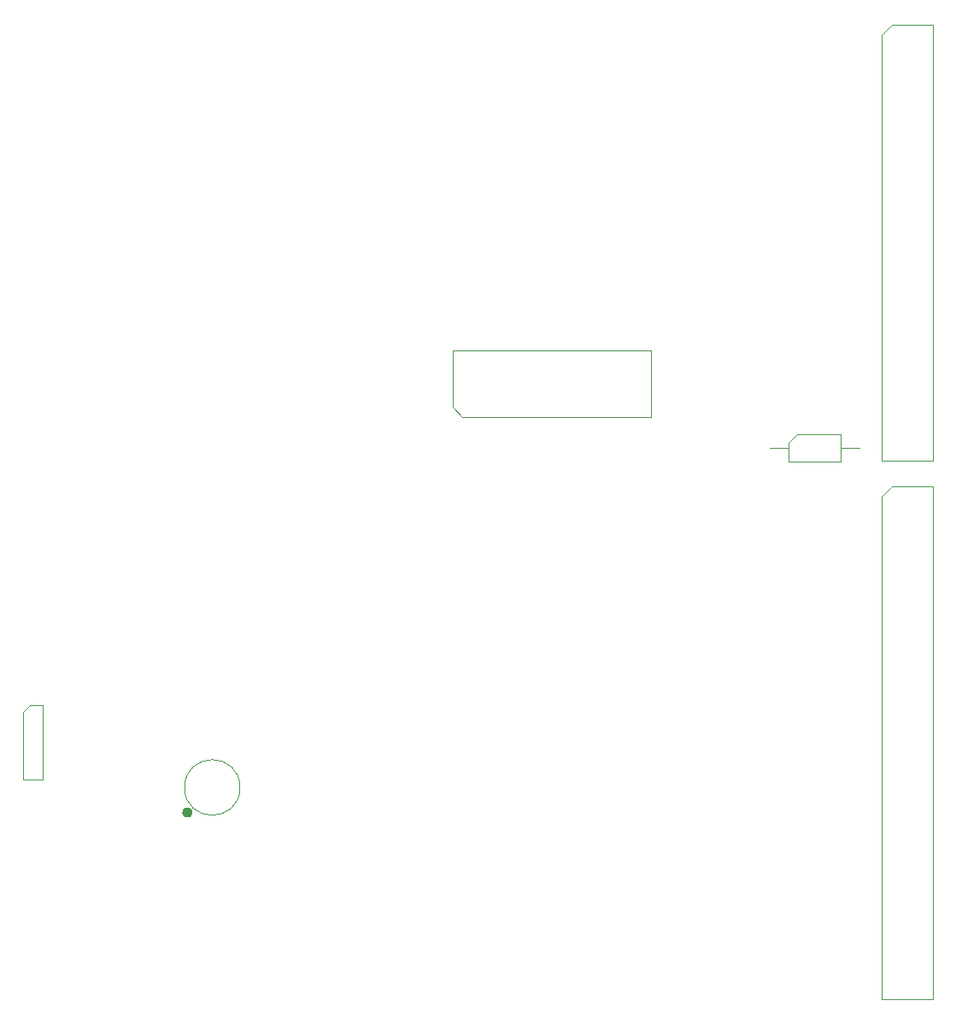
<source format=gbr>
G04 DipTrace 4.3.0.5*
G04 TopAssembly.gbr*
%MOMM*%
G04 #@! TF.FileFunction,Drawing,Top*
G04 #@! TF.Part,Single*
%ADD13C,0.12*%
%FSLAX35Y35*%
G04*
G71*
G90*
G75*
G01*
G04 TopAssy*
%LPD*%
X-7577500Y-2730500D2*
D13*
G02X-7577500Y-2730500I275000J0D01*
G01*
G36*
X-7549280Y-3027280D2*
X-7555806Y-3026852D1*
X-7562221Y-3025576D1*
X-7568414Y-3023474D1*
X-7574280Y-3020581D1*
X-7579718Y-3016948D1*
X-7584635Y-3012635D1*
X-7588948Y-3007718D1*
X-7592581Y-3002280D1*
X-7595474Y-2996414D1*
X-7597576Y-2990221D1*
X-7598852Y-2983806D1*
X-7599280Y-2977280D1*
X-7598852Y-2970754D1*
X-7597576Y-2964339D1*
X-7595474Y-2958146D1*
X-7592581Y-2952280D1*
X-7588948Y-2946842D1*
X-7584635Y-2941925D1*
X-7579718Y-2937612D1*
X-7574280Y-2933979D1*
X-7568414Y-2931086D1*
X-7562221Y-2928984D1*
X-7555806Y-2927708D1*
X-7549280Y-2927280D1*
D1*
X-7542754Y-2927708D1*
X-7536339Y-2928984D1*
X-7530146Y-2931086D1*
X-7524280Y-2933979D1*
X-7518842Y-2937612D1*
X-7513925Y-2941925D1*
X-7509612Y-2946842D1*
X-7505979Y-2952280D1*
X-7503086Y-2958146D1*
X-7500984Y-2964339D1*
X-7499708Y-2970754D1*
X-7499280Y-2977280D1*
X-7499708Y-2983806D1*
X-7500984Y-2990221D1*
X-7503086Y-2996414D1*
X-7505979Y-3002280D1*
X-7509612Y-3007718D1*
X-7513925Y-3012635D1*
X-7518842Y-3016948D1*
X-7524280Y-3020581D1*
X-7530146Y-3023474D1*
X-7536339Y-3025576D1*
X-7542754Y-3026852D1*
X-7549280Y-3027280D1*
D1*
G37*
X-1593500Y500000D2*
D13*
Y680000D1*
X-1503500Y770000D1*
X-1073500D1*
Y500000D1*
X-1593500D1*
X-1778000Y635000D2*
X-1593500D1*
X-1073500D2*
X-889000D1*
X-666750Y154000D2*
X-566750Y254000D1*
X-158750D1*
Y-4826000D1*
X-666750D1*
Y154000D1*
Y4726000D2*
X-566750Y4826000D1*
X-158750D1*
Y508000D1*
X-666750D1*
Y4726000D1*
X-9174500Y-1981633D2*
X-9111867Y-1919000D1*
X-8986500D1*
Y-2653000D1*
X-9174500D1*
Y-1981633D1*
X-4822000Y940000D2*
X-4922000Y1040000D1*
Y1600000D1*
X-2952000D1*
Y940000D1*
X-4822000D1*
M02*

</source>
